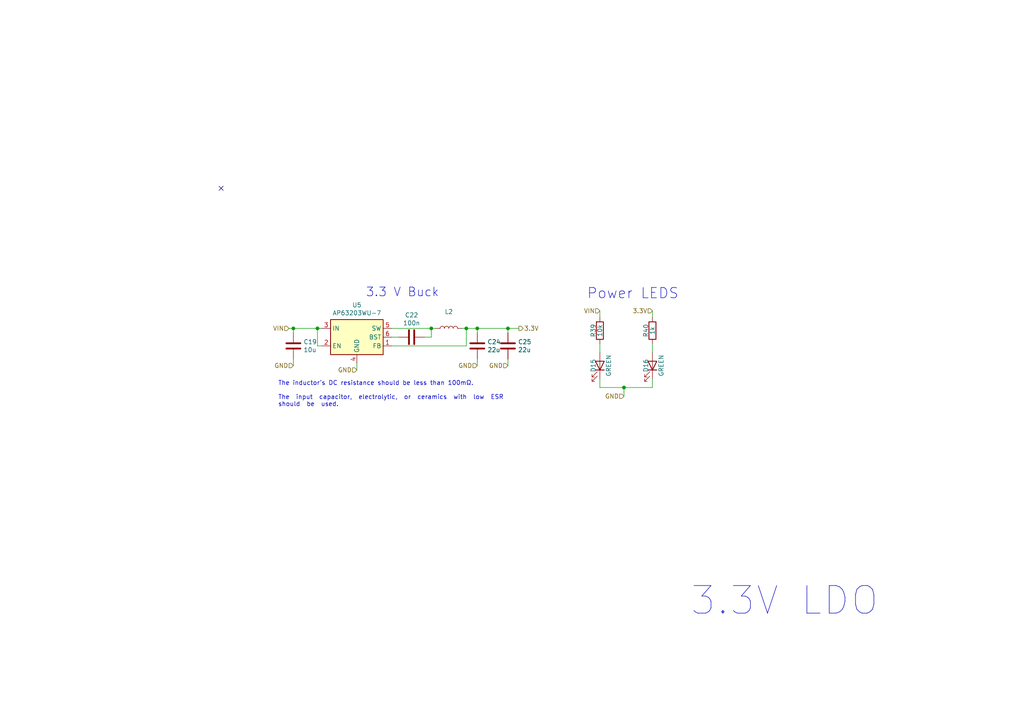
<source format=kicad_sch>
(kicad_sch (version 20211123) (generator eeschema)
  (paper "A4")
  (lib_symbols
    (symbol "Device:C" (pin_numbers hide) (pin_names (offset 0.254))
      (property "Reference" "C" (at 0.635 2.54 0))
      (property "Value" "C" (at 0.635 -2.54 0))
      (symbol "C_0_1"
        (polyline (pts (xy -2.032 -0.762) (xy 2.032 -0.762)) (stroke (width 0.508)))
        (polyline (pts (xy -2.032 0.762) (xy 2.032 0.762)) (stroke (width 0.508)))
      )
      (symbol "C_1_1"
        (pin passive line (at 0 3.81 270) (length 2.794) (name "~") (number "1"))
        (pin passive line (at 0 -3.81 90) (length 2.794) (name "~") (number "2"))
      )
    )
    (symbol "Device:L" (pin_numbers hide) (pin_names (offset 1.016) hide)
      (property "Reference" "L" (at -1.27 0 90))
      (property "Value" "L" (at 1.905 0 90))
      (symbol "L_0_1"
        (arc (start 0 -2.54) (mid 0.635 -1.905) (end 0 -1.27))
        (arc (start 0 -1.27) (mid 0.635 -0.635) (end 0 0))
        (arc (start 0 0) (mid 0.635 0.635) (end 0 1.27))
        (arc (start 0 1.27) (mid 0.635 1.905) (end 0 2.54))
      )
      (symbol "L_1_1"
        (pin passive line (at 0 3.81 270) (length 1.27) (name "1") (number "1"))
        (pin passive line (at 0 -3.81 90) (length 1.27) (name "2") (number "2"))
      )
    )
    (symbol "Device:LED" (pin_numbers hide) (pin_names (offset 1.016) hide)
      (property "Reference" "D" (at 0 2.54 0))
      (property "Value" "LED" (at 0 -2.54 0))
      (symbol "LED_0_1"
        (polyline (pts (xy -1.27 -1.27) (xy -1.27 1.27)) (stroke (width 0.254)))
        (polyline (pts (xy -1.27 0) (xy 1.27 0)))
        (polyline (pts (xy 1.27 -1.27) (xy 1.27 1.27) (xy -1.27 0) (xy 1.27 -1.27)) (stroke (width 0.254)))
        (polyline (pts (xy -3.048 -0.762) (xy -4.572 -2.286) (xy -3.81 -2.286) (xy -4.572 -2.286) (xy -4.572 -1.524)))
        (polyline (pts (xy -1.778 -0.762) (xy -3.302 -2.286) (xy -2.54 -2.286) (xy -3.302 -2.286) (xy -3.302 -1.524)))
      )
      (symbol "LED_1_1"
        (pin passive line (at -3.81 0 0) (length 2.54) (name "K") (number "1"))
        (pin passive line (at 3.81 0 180) (length 2.54) (name "A") (number "2"))
      )
    )
    (symbol "Device:R" (pin_numbers hide) (pin_names (offset 0))
      (property "Reference" "R" (at 2.032 0 90))
      (property "Value" "R" (at 0 0 90))
      (symbol "R_0_1"
        (rectangle (start -1.016 -2.54) (end 1.016 2.54) (stroke (width 0.254)))
      )
      (symbol "R_1_1"
        (pin passive line (at 0 3.81 270) (length 1.27) (name "~") (number "1"))
        (pin passive line (at 0 -3.81 90) (length 1.27) (name "~") (number "2"))
      )
    )
    (symbol "bioreactor:AP63203WU-7"
      (property "Reference" "U" (at -7.62 6.35 0))
      (property "Value" "AP63203WU-7" (at 2.54 6.35 0))
      (symbol "AP63203WU-7_0_1"
        (rectangle (start -7.62 5.08) (end 7.62 -5.08) (stroke (width 0.254)) (fill (type background)))
      )
      (symbol "AP63203WU-7_1_1"
        (pin input line (at 10.16 -2.54 180) (length 2.54) (name "FB") (number "1"))
        (pin input line (at -10.16 -2.54 0) (length 2.54) (name "EN") (number "2"))
        (pin power_in line (at -10.16 2.54 0) (length 2.54) (name "IN") (number "3"))
        (pin power_in line (at 0 -7.62 90) (length 2.54) (name "GND") (number "4"))
        (pin output line (at 10.16 2.54 180) (length 2.54) (name "SW") (number "5"))
        (pin passive line (at 10.16 0 180) (length 2.54) (name "BST") (number "6"))
      )
    )
  )
  (junction (at 138.43 95.25))
  (junction (at 147.32 95.25))
  (junction (at 92.075 95.25))
  (junction (at 125.095 95.25))
  (junction (at 135.255 95.25))
  (junction (at 85.09 95.25))
  (junction (at 180.975 112.395))
  (no_connect (at 64.135 54.61))
  (wire (pts (xy 85.09 95.25) (xy 92.075 95.25)))
  (wire (pts (xy 173.99 90.17) (xy 173.99 92.075)))
  (wire (pts (xy 92.075 100.33) (xy 92.075 95.25)))
  (wire (pts (xy 85.09 106.045) (xy 85.09 104.14)))
  (wire (pts (xy 147.32 96.52) (xy 147.32 95.25)))
  (wire (pts (xy 189.23 112.395) (xy 189.23 109.855)))
  (wire (pts (xy 103.505 105.41) (xy 103.505 107.315)))
  (wire (pts (xy 126.365 95.25) (xy 125.095 95.25)))
  (wire (pts (xy 189.23 102.235) (xy 189.23 99.695)))
  (wire (pts (xy 147.32 104.14) (xy 147.32 106.045)))
  (wire (pts (xy 125.095 97.79) (xy 125.095 95.25)))
  (wire (pts (xy 93.345 100.33) (xy 92.075 100.33)))
  (wire (pts (xy 173.99 102.235) (xy 173.99 99.695)))
  (wire (pts (xy 85.09 95.25) (xy 85.09 96.52)))
  (wire (pts (xy 85.09 95.25) (xy 83.82 95.25)))
  (wire (pts (xy 150.495 95.25) (xy 147.32 95.25)))
  (wire (pts (xy 138.43 95.25) (xy 135.255 95.25)))
  (wire (pts (xy 180.975 112.395) (xy 189.23 112.395)))
  (wire (pts (xy 135.255 100.33) (xy 113.665 100.33)))
  (wire (pts (xy 189.23 90.17) (xy 189.23 92.075)))
  (wire (pts (xy 125.095 95.25) (xy 113.665 95.25)))
  (wire (pts (xy 147.32 95.25) (xy 138.43 95.25)))
  (wire (pts (xy 173.99 112.395) (xy 180.975 112.395)))
  (wire (pts (xy 113.665 97.79) (xy 115.57 97.79)))
  (wire (pts (xy 92.075 95.25) (xy 93.345 95.25)))
  (wire (pts (xy 123.19 97.79) (xy 125.095 97.79)))
  (wire (pts (xy 180.975 112.395) (xy 180.975 114.935)))
  (wire (pts (xy 135.255 95.25) (xy 135.255 100.33)))
  (wire (pts (xy 133.985 95.25) (xy 135.255 95.25)))
  (wire (pts (xy 138.43 104.14) (xy 138.43 106.045)))
  (wire (pts (xy 173.99 112.395) (xy 173.99 109.855)))
  (wire (pts (xy 138.43 96.52) (xy 138.43 95.25)))
  (text "The inductor’s DC resistance should be less than 100mΩ.\n \nThe  input  capacitor,  electrolytic,  or  ceramics  with  low  ESR\nshould  be  used." (at 80.645 118.11 0) (effects (font (size 1.27 1.27)) (justify left bottom)))
  (text "3.3V LDO" (at 200.025 179.07 0) (effects (font (size 8.001 8.001)) (justify left bottom)))
  (text "3.3 V Buck" (at 106.045 86.36 0) (effects (font (size 2.54 2.54)) (justify left bottom)))
  (text "Power LEDS" (at 170.18 86.995 0) (effects (font (size 2.9972 2.9972)) (justify left bottom)))
  (hierarchical_label "GND" (shape input) (at 147.32 106.045 180))
  (hierarchical_label "GND" (shape input) (at 138.43 106.045 180))
  (hierarchical_label "3.3V" (shape output) (at 150.495 95.25 0))
  (hierarchical_label "VIN" (shape input) (at 173.99 90.17 180))
  (hierarchical_label "GND" (shape input) (at 180.975 114.935 180))
  (hierarchical_label "VIN" (shape input) (at 83.82 95.25 180))
  (hierarchical_label "3.3V" (shape input) (at 189.23 90.17 180))
  (hierarchical_label "GND" (shape input) (at 103.505 107.315 180))
  (hierarchical_label "GND" (shape input) (at 85.09 106.045 180))
  (symbol (lib_id "Device:R") (at 173.99 95.885 0) (unit 1)
    (property "Reference" "R39" (at 172.085 95.885 90))
    (property "Value" "10k" (at 173.99 95.885 90))
    (property "Footprint" "Resistor_SMD:R_0805_2012Metric_Pad1.15x1.40mm_HandSolder" (effects hide))
  )
  (symbol (lib_id "Device:R") (at 189.23 95.885 0) (unit 1)
    (property "Reference" "R40" (at 187.325 95.885 90))
    (property "Value" "1k" (at 189.23 95.885 90))
    (property "Footprint" "Resistor_SMD:R_0805_2012Metric_Pad1.15x1.40mm_HandSolder" (effects hide))
  )
  (symbol (lib_id "Device:LED") (at 173.99 106.045 270) (mirror x) (unit 1)
    (property "Reference" "D15" (at 172.085 106.045 0))
    (property "Value" "GREEN" (at 176.53 106.045 0))
    (property "Footprint" "LED_SMD:LED_0805_2012Metric_Pad1.15x1.40mm_HandSolder" (effects hide))
    (property "Datasheet" "https://www.mouser.com/datasheet/2/445/150080GS75000-1715657.pdf" (effects hide))
    (property "Description" "Standard LEDs - SMD WL-SMCW SMDMono TpVw Waterclr 0805 Green " (effects hide))
    (property "MFN" "Wurth Elektronik " (effects hide))
    (property "MFP" "150080GS75000 " (effects hide))
    (property "S1PL" "https://www.mouser.com/ProductDetail/Wurth-Elektronik/150080GS75000?qs=2kOmHSv6VfQRoTEZVk1mGA%3D%3D" (effects hide))
    (property "S1PN" " 710-150080GS75000 " (effects hide))
  )
  (symbol (lib_id "Device:LED") (at 189.23 106.045 270) (mirror x) (unit 1)
    (property "Reference" "D16" (at 187.325 106.045 0))
    (property "Value" "GREEN" (at 191.77 106.045 0))
    (property "Footprint" "LED_SMD:LED_0805_2012Metric_Pad1.15x1.40mm_HandSolder" (effects hide))
    (property "Datasheet" "https://www.mouser.com/datasheet/2/445/150080GS75000-1715657.pdf" (effects hide))
    (property "Description" "Standard LEDs - SMD WL-SMCW SMDMono TpVw Waterclr 0805 Green " (effects hide))
    (property "MFN" "Wurth Elektronik " (effects hide))
    (property "MFP" "150080GS75000 " (effects hide))
    (property "S1PL" "https://www.mouser.com/ProductDetail/Wurth-Elektronik/150080GS75000?qs=2kOmHSv6VfQRoTEZVk1mGA%3D%3D" (effects hide))
    (property "S1PN" " 710-150080GS75000 " (effects hide))
  )
  (symbol (lib_id "bioreactor:AP63203WU-7") (at 103.505 97.79 0) (unit 1)
    (property "Reference" "U5" (at 103.505 88.4682 0))
    (property "Value" "AP63203WU-7" (at 103.505 90.7796 0))
    (property "Footprint" "Package_TO_SOT_SMD:TSOT-23-6" (effects hide))
    (property "Datasheet" "https://www.diodes.com/assets/Datasheets/AP65111A.pdf" (effects hide))
  )
  (symbol (lib_id "Device:C") (at 85.09 100.33 0) (unit 1)
    (property "Reference" "C19" (at 88.011 99.1616 0) (effects (justify left)))
    (property "Value" "10u" (at 88.011 101.473 0) (effects (justify left)))
    (property "Footprint" "Capacitor_SMD:C_0805_2012Metric_Pad1.15x1.40mm_HandSolder" (effects hide))
    (property "Datasheet" "https://www.mouser.com/datasheet/2/585/MLCC-1837944.pdf" (effects hide))
    (property "Description" "Multilayer Ceramic Capacitors MLCC - SMD/SMT 16V 10uF X5R 0805 10%" (effects hide))
    (property "MFN" "Samsung Electro-Mechanics " (effects hide))
    (property "MFP" "CL21A106KOQNNNG " (effects hide))
    (property "S1PL" "https://www.mouser.com/ProductDetail/Samsung-Electro-Mechanics/CL21A106KOQNNNG?qs=hqM3L16%252BxlcMWI7QbqH0LA%3D%3D" (effects hide))
    (property "S1PN" " 187-CL21A106KOQNNNG " (effects hide))
  )
  (symbol (lib_id "Device:C") (at 119.38 97.79 270) (unit 1)
    (property "Reference" "C22" (at 119.38 91.3892 90))
    (property "Value" "100n" (at 119.38 93.7006 90))
    (property "Footprint" "Capacitor_SMD:C_0805_2012Metric_Pad1.15x1.40mm_HandSolder" (effects hide))
    (property "Datasheet" "https://www.mouser.com/datasheet/2/445/885012207072-1727745.pdf" (effects hide))
    (property "Description" "Multilayer Ceramic Capacitors MLCC - SMD/SMT WCAP-CSGP 0.1uF 0805 10% 25V MLCC " (effects hide))
    (property "MFN" "Wurth Elektronik " (effects hide))
    (property "MFP" "885012207072" (effects hide))
    (property "S1PL" "https://www.mouser.com/ProductDetail/Wurth-Elektronik/885012207072?qs=0KOYDY2FL28rQMV4504TxA%3D%3D" (effects hide))
    (property "S1PN" "710-885012207072 " (effects hide))
  )
  (symbol (lib_id "Device:L") (at 130.175 95.25 90) (unit 1)
    (property "Reference" "L2" (at 130.175 90.424 90))
  )
  (symbol (lib_id "Device:C") (at 138.43 100.33 180) (unit 1)
    (property "Reference" "C24" (at 141.351 99.1616 0) (effects (justify right)))
    (property "Value" "22u" (at 141.351 101.473 0) (effects (justify right)))
    (property "Footprint" "Capacitor_SMD:C_0805_2012Metric_Pad1.15x1.40mm_HandSolder" (effects hide))
    (property "Datasheet" "https://www.mouser.com/datasheet/2/585/MLCC-1837944.pdf" (effects hide))
    (property "Description" "Multilayer Ceramic Capacitors MLCC - SMD/SMT 6.3V 22uF X5R 10% 0805" (effects hide))
    (property "MFN" "Samsung Electro-Mechanics " (effects hide))
    (property "MFP" "CL21A226KQCLRNC" (effects hide))
    (property "S1PL" "https://www.mouser.com/ProductDetail/Samsung-Electro-Mechanics/CL21A226KQCLRNC?qs=xZ%2FP%252Ba9zWqYG0ePGTF%2FymQ%3D%3D" (effects hide))
    (property "S1PN" " 187-CL21A226KQCLRNC " (effects hide))
  )
  (symbol (lib_id "Device:C") (at 147.32 100.33 180) (unit 1)
    (property "Reference" "C25" (at 150.241 99.1616 0) (effects (justify right)))
    (property "Value" "22u" (at 150.241 101.473 0) (effects (justify right)))
    (property "Footprint" "Capacitor_SMD:C_0805_2012Metric_Pad1.15x1.40mm_HandSolder" (effects hide))
    (property "Datasheet" "https://www.mouser.com/datasheet/2/585/MLCC-1837944.pdf" (effects hide))
    (property "Description" "Multilayer Ceramic Capacitors MLCC - SMD/SMT 6.3V 22uF X5R 10% 0805" (effects hide))
    (property "MFN" "Samsung Electro-Mechanics " (effects hide))
    (property "MFP" "CL21A226KQCLRNC" (effects hide))
    (property "S1PL" "https://www.mouser.com/ProductDetail/Samsung-Electro-Mechanics/CL21A226KQCLRNC?qs=xZ%2FP%252Ba9zWqYG0ePGTF%2FymQ%3D%3D" (effects hide))
    (property "S1PN" " 187-CL21A226KQCLRNC " (effects hide))
  )
)
</source>
